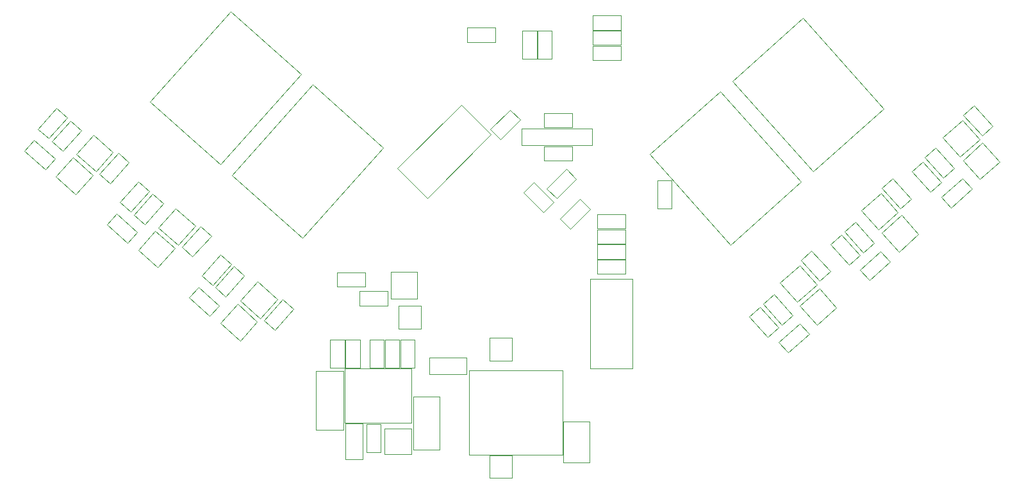
<source format=gbr>
G04 #@! TF.GenerationSoftware,KiCad,Pcbnew,5.1.4*
G04 #@! TF.CreationDate,2019-10-24T14:35:41-03:00*
G04 #@! TF.ProjectId,mswi,6d737769-2e6b-4696-9361-645f70636258,rev?*
G04 #@! TF.SameCoordinates,Original*
G04 #@! TF.FileFunction,Other,User*
%FSLAX46Y46*%
G04 Gerber Fmt 4.6, Leading zero omitted, Abs format (unit mm)*
G04 Created by KiCad (PCBNEW 5.1.4) date 2019-10-24 14:35:41*
%MOMM*%
%LPD*%
G04 APERTURE LIST*
%ADD10C,0.050000*%
G04 APERTURE END LIST*
D10*
X151045981Y-114391997D02*
X138695981Y-114391997D01*
X151045981Y-103191997D02*
X151045981Y-114391997D01*
X138695981Y-103191997D02*
X151045981Y-103191997D01*
X138695981Y-114391997D02*
X138695981Y-103191997D01*
X160287978Y-91087978D02*
X160287978Y-102987978D01*
X154687978Y-91087978D02*
X160287978Y-91087978D01*
X154687978Y-102987978D02*
X154687978Y-91087978D01*
X160287978Y-102987978D02*
X154687978Y-102987978D01*
X131095981Y-102965197D02*
X131095981Y-110165197D01*
X131095981Y-110165197D02*
X122295981Y-110165197D01*
X122295981Y-110165197D02*
X122295981Y-102965197D01*
X122295981Y-102965197D02*
X131095981Y-102965197D01*
X141604644Y-72000320D02*
X133190073Y-80414891D01*
X137644846Y-68040522D02*
X141604644Y-72000320D01*
X129230275Y-76455093D02*
X137644846Y-68040522D01*
X133190073Y-80414891D02*
X129230275Y-76455093D01*
X129633181Y-99177997D02*
X129633181Y-102877997D01*
X131533181Y-99177997D02*
X129633181Y-99177997D01*
X131533181Y-102877997D02*
X131533181Y-99177997D01*
X129633181Y-102877997D02*
X131533181Y-102877997D01*
X118445981Y-103271997D02*
X118445981Y-111111997D01*
X122145981Y-103271997D02*
X118445981Y-103271997D01*
X122145981Y-111111997D02*
X122145981Y-103271997D01*
X118445981Y-111111997D02*
X122145981Y-111111997D01*
X134845981Y-106691997D02*
X131345981Y-106691997D01*
X134845981Y-113691997D02*
X134845981Y-106691997D01*
X131345981Y-113691997D02*
X134845981Y-113691997D01*
X131345981Y-106691997D02*
X131345981Y-113691997D01*
X129349965Y-94691997D02*
X129349965Y-97691997D01*
X129349965Y-94691997D02*
X132349965Y-94691997D01*
X132349965Y-97691997D02*
X129349965Y-97691997D01*
X132349965Y-97691997D02*
X132349965Y-94691997D01*
X144395981Y-101891997D02*
X144395981Y-98891997D01*
X144395981Y-101891997D02*
X141395981Y-101891997D01*
X141395981Y-98891997D02*
X144395981Y-98891997D01*
X141395981Y-98891997D02*
X141395981Y-101891997D01*
X144395981Y-117463197D02*
X144395981Y-114463197D01*
X144395981Y-117463197D02*
X141395981Y-117463197D01*
X141395981Y-114463197D02*
X144395981Y-114463197D01*
X141395981Y-114463197D02*
X141395981Y-117463197D01*
X118036232Y-65397191D02*
X107358382Y-77339716D01*
X118036232Y-65397191D02*
X127354682Y-73728847D01*
X116676832Y-85671372D02*
X107358382Y-77339716D01*
X116676832Y-85671372D02*
X127354682Y-73728847D01*
X162574382Y-74625483D02*
X173252232Y-86568009D01*
X162574382Y-74625483D02*
X171892832Y-66293827D01*
X182570682Y-78236353D02*
X173252232Y-86568009D01*
X182570682Y-78236353D02*
X171892832Y-66293827D01*
X173485194Y-64924154D02*
X184163044Y-76866680D01*
X173485194Y-64924154D02*
X182803644Y-56592498D01*
X193481494Y-68535024D02*
X184163044Y-76866680D01*
X193481494Y-68535024D02*
X182803644Y-56592498D01*
X107189556Y-55699143D02*
X96511706Y-67641668D01*
X107189556Y-55699143D02*
X116508006Y-64030799D01*
X105830156Y-75973324D02*
X96511706Y-67641668D01*
X105830156Y-75973324D02*
X116508006Y-64030799D01*
X127045981Y-114016997D02*
X127045981Y-110316997D01*
X125145981Y-114016997D02*
X127045981Y-114016997D01*
X125145981Y-110316997D02*
X125145981Y-114016997D01*
X127045981Y-110316997D02*
X125145981Y-110316997D01*
X104840664Y-91927189D02*
X107306834Y-89168928D01*
X103424260Y-90660778D02*
X104840664Y-91927189D01*
X105890430Y-87902517D02*
X103424260Y-90660778D01*
X107306834Y-89168928D02*
X105890430Y-87902517D01*
X190315580Y-87984674D02*
X187849410Y-85226413D01*
X188899176Y-89251085D02*
X190315580Y-87984674D01*
X186433006Y-86492824D02*
X188899176Y-89251085D01*
X187849410Y-85226413D02*
X186433006Y-86492824D01*
X83121030Y-72507595D02*
X85587200Y-69749334D01*
X81704626Y-71241184D02*
X83121030Y-72507595D01*
X84170796Y-68482923D02*
X81704626Y-71241184D01*
X85587200Y-69749334D02*
X84170796Y-68482923D01*
X101691900Y-93573514D02*
X104450161Y-96039684D01*
X102958311Y-92157110D02*
X101691900Y-93573514D01*
X105716572Y-94623280D02*
X102958311Y-92157110D01*
X104450161Y-96039684D02*
X105716572Y-94623280D01*
X191600655Y-91297329D02*
X194358916Y-88831159D01*
X190334244Y-89880925D02*
X191600655Y-91297329D01*
X193092505Y-87414755D02*
X190334244Y-89880925D01*
X194358916Y-88831159D02*
X193092505Y-87414755D01*
X79972266Y-74153920D02*
X82730527Y-76620090D01*
X81238677Y-72737516D02*
X79972266Y-74153920D01*
X83996938Y-75203686D02*
X81238677Y-72737516D01*
X82730527Y-76620090D02*
X83996938Y-75203686D01*
X113015195Y-97862510D02*
X115481365Y-95104249D01*
X111598791Y-96596099D02*
X113015195Y-97862510D01*
X114064961Y-93837838D02*
X111598791Y-96596099D01*
X115481365Y-95104249D02*
X114064961Y-93837838D01*
X197125117Y-80522692D02*
X194658947Y-77764431D01*
X195708713Y-81789103D02*
X197125117Y-80522692D01*
X193242543Y-79030842D02*
X195708713Y-81789103D01*
X194658947Y-77764431D02*
X193242543Y-79030842D01*
X91295561Y-78442916D02*
X93761731Y-75684655D01*
X89879157Y-77176505D02*
X91295561Y-78442916D01*
X92345327Y-74418244D02*
X89879157Y-77176505D01*
X93761731Y-75684655D02*
X92345327Y-74418244D01*
X179609244Y-97557244D02*
X177143074Y-94798983D01*
X178192840Y-98823655D02*
X179609244Y-97557244D01*
X175726670Y-96065394D02*
X178192840Y-98823655D01*
X177143074Y-94798983D02*
X175726670Y-96065394D01*
X201092982Y-78348565D02*
X198626812Y-75590304D01*
X199676578Y-79614976D02*
X201092982Y-78348565D01*
X197210408Y-76856715D02*
X199676578Y-79614976D01*
X198626812Y-75590304D02*
X197210408Y-76856715D01*
X93986680Y-82222607D02*
X96452850Y-79464346D01*
X92570276Y-80956196D02*
X93986680Y-82222607D01*
X95036446Y-78197935D02*
X92570276Y-80956196D01*
X96452850Y-79464346D02*
X95036446Y-78197935D01*
X180894319Y-100869899D02*
X183652580Y-98403729D01*
X179627908Y-99453495D02*
X180894319Y-100869899D01*
X182386169Y-96987325D02*
X179627908Y-99453495D01*
X183652580Y-98403729D02*
X182386169Y-96987325D01*
X202378056Y-81661220D02*
X205136317Y-79195050D01*
X201111645Y-80244816D02*
X202378056Y-81661220D01*
X203869906Y-77778646D02*
X201111645Y-80244816D01*
X205136317Y-79195050D02*
X203869906Y-77778646D01*
X90837916Y-83868932D02*
X93596177Y-86335102D01*
X92104327Y-82452528D02*
X90837916Y-83868932D01*
X94862588Y-84918698D02*
X92104327Y-82452528D01*
X93596177Y-86335102D02*
X94862588Y-84918698D01*
X186418781Y-90095262D02*
X183952611Y-87337001D01*
X185002377Y-91361673D02*
X186418781Y-90095262D01*
X182536207Y-88603412D02*
X185002377Y-91361673D01*
X183952611Y-87337001D02*
X182536207Y-88603412D01*
X207902519Y-70886583D02*
X205436349Y-68128322D01*
X206486115Y-72152994D02*
X207902519Y-70886583D01*
X204019945Y-69394733D02*
X206486115Y-72152994D01*
X205436349Y-68128322D02*
X204019945Y-69394733D01*
X102161210Y-88157928D02*
X104627380Y-85399667D01*
X100744806Y-86891517D02*
X102161210Y-88157928D01*
X103210976Y-84133256D02*
X100744806Y-86891517D01*
X104627380Y-85399667D02*
X103210976Y-84133256D01*
X127949965Y-92741997D02*
X124249965Y-92741997D01*
X127949965Y-94641997D02*
X127949965Y-92741997D01*
X124249965Y-94641997D02*
X127949965Y-94641997D01*
X124249965Y-92741997D02*
X124249965Y-94641997D01*
X124949965Y-90241997D02*
X121249965Y-90241997D01*
X124949965Y-92141997D02*
X124949965Y-90241997D01*
X121249965Y-92141997D02*
X124949965Y-92141997D01*
X121249965Y-90241997D02*
X121249965Y-92141997D01*
X145745981Y-58246016D02*
X145745981Y-61946016D01*
X147645981Y-58246016D02*
X145745981Y-58246016D01*
X147645981Y-61946016D02*
X147645981Y-58246016D01*
X145745981Y-61946016D02*
X147645981Y-61946016D01*
X147745981Y-58246016D02*
X147745981Y-61946016D01*
X149645981Y-58246016D02*
X147745981Y-58246016D01*
X149645981Y-61946016D02*
X149645981Y-58246016D01*
X147745981Y-61946016D02*
X149645981Y-61946016D01*
X152345981Y-69137978D02*
X148645981Y-69137978D01*
X152345981Y-71037978D02*
X152345981Y-69137978D01*
X148645981Y-71037978D02*
X152345981Y-71037978D01*
X148645981Y-69137978D02*
X148645981Y-71037978D01*
X155045981Y-58141997D02*
X158745981Y-58141997D01*
X155045981Y-56241997D02*
X155045981Y-58141997D01*
X158745981Y-56241997D02*
X155045981Y-56241997D01*
X158745981Y-58141997D02*
X158745981Y-56241997D01*
X155045981Y-60141997D02*
X158745981Y-60141997D01*
X155045981Y-58241997D02*
X155045981Y-60141997D01*
X158745981Y-58241997D02*
X155045981Y-58241997D01*
X158745981Y-60141997D02*
X158745981Y-58241997D01*
X158745981Y-60241997D02*
X155045981Y-60241997D01*
X158745981Y-62141997D02*
X158745981Y-60241997D01*
X155045981Y-62141997D02*
X158745981Y-62141997D01*
X155045981Y-60241997D02*
X155045981Y-62141997D01*
X159345981Y-82537978D02*
X155645981Y-82537978D01*
X159345981Y-84437978D02*
X159345981Y-82537978D01*
X155645981Y-84437978D02*
X159345981Y-84437978D01*
X155645981Y-82537978D02*
X155645981Y-84437978D01*
X159345981Y-84537978D02*
X155645981Y-84537978D01*
X159345981Y-86437978D02*
X159345981Y-84537978D01*
X155645981Y-86437978D02*
X159345981Y-86437978D01*
X155645981Y-84537978D02*
X155645981Y-86437978D01*
X159345981Y-86537978D02*
X155645981Y-86537978D01*
X159345981Y-88437978D02*
X159345981Y-86537978D01*
X155645981Y-88437978D02*
X159345981Y-88437978D01*
X155645981Y-86537978D02*
X155645981Y-88437978D01*
X159345981Y-88537978D02*
X155645981Y-88537978D01*
X159345981Y-90437978D02*
X159345981Y-88537978D01*
X155645981Y-90437978D02*
X159345981Y-90437978D01*
X155645981Y-88537978D02*
X155645981Y-90437978D01*
X131045981Y-110891997D02*
X127545981Y-110891997D01*
X131045981Y-114291997D02*
X131045981Y-110891997D01*
X127545981Y-114291997D02*
X131045981Y-114291997D01*
X127545981Y-110891997D02*
X127545981Y-114291997D01*
X113372371Y-93787290D02*
X110763205Y-91454426D01*
X111106161Y-96321908D02*
X113372371Y-93787290D01*
X108496995Y-93989044D02*
X111106161Y-96321908D01*
X110763205Y-91454426D02*
X108496995Y-93989044D01*
X193115109Y-79713481D02*
X190505943Y-82046345D01*
X195381319Y-82248099D02*
X193115109Y-79713481D01*
X192772153Y-84580963D02*
X195381319Y-82248099D01*
X190505943Y-82046345D02*
X192772153Y-84580963D01*
X91652737Y-74367696D02*
X89043571Y-72034832D01*
X89386527Y-76902314D02*
X91652737Y-74367696D01*
X86777361Y-74569450D02*
X89386527Y-76902314D01*
X89043571Y-72034832D02*
X86777361Y-74569450D01*
X110706241Y-96769194D02*
X108097075Y-94436330D01*
X108440031Y-99303812D02*
X110706241Y-96769194D01*
X105830865Y-96970948D02*
X108440031Y-99303812D01*
X108097075Y-94436330D02*
X105830865Y-96970948D01*
X195818512Y-82662058D02*
X193209346Y-84994922D01*
X198084722Y-85196676D02*
X195818512Y-82662058D01*
X195475556Y-87529540D02*
X198084722Y-85196676D01*
X193209346Y-84994922D02*
X195475556Y-87529540D01*
X88986607Y-77349600D02*
X86377441Y-75016736D01*
X86720397Y-79884218D02*
X88986607Y-77349600D01*
X84111231Y-77551354D02*
X86720397Y-79884218D01*
X86377441Y-75016736D02*
X84111231Y-77551354D01*
X182408772Y-89286050D02*
X179799606Y-91618914D01*
X184674982Y-91820668D02*
X182408772Y-89286050D01*
X182065816Y-94153532D02*
X184674982Y-91820668D01*
X179799606Y-91618914D02*
X182065816Y-94153532D01*
X203892510Y-70077371D02*
X201283344Y-72410235D01*
X206158720Y-72611989D02*
X203892510Y-70077371D01*
X203549554Y-74944853D02*
X206158720Y-72611989D01*
X201283344Y-72410235D02*
X203549554Y-74944853D01*
X102518387Y-84082708D02*
X99909221Y-81749844D01*
X100252177Y-86617326D02*
X102518387Y-84082708D01*
X97643011Y-84284462D02*
X100252177Y-86617326D01*
X99909221Y-81749844D02*
X97643011Y-84284462D01*
X184974874Y-92357389D02*
X182365708Y-94690253D01*
X187241084Y-94892007D02*
X184974874Y-92357389D01*
X184631918Y-97224871D02*
X187241084Y-94892007D01*
X182365708Y-94690253D02*
X184631918Y-97224871D01*
X206558640Y-73059275D02*
X203949474Y-75392139D01*
X208824850Y-75593893D02*
X206558640Y-73059275D01*
X206215684Y-77926757D02*
X208824850Y-75593893D01*
X203949474Y-75392139D02*
X206215684Y-77926757D01*
X99852257Y-87064612D02*
X97243091Y-84731748D01*
X97586047Y-89599230D02*
X99852257Y-87064612D01*
X94976881Y-87266366D02*
X97586047Y-89599230D01*
X97243091Y-84731748D02*
X94976881Y-87266366D01*
X128399965Y-90191997D02*
X128399965Y-93691997D01*
X131799965Y-90191997D02*
X128399965Y-90191997D01*
X131799965Y-93691997D02*
X131799965Y-90191997D01*
X128399965Y-93691997D02*
X131799965Y-93691997D01*
X149875880Y-80924374D02*
X147259585Y-78308079D01*
X148532377Y-82267877D02*
X149875880Y-80924374D01*
X145916082Y-79651582D02*
X148532377Y-82267877D01*
X147259585Y-78308079D02*
X145916082Y-79651582D01*
X133445981Y-103711997D02*
X138345981Y-103711997D01*
X133445981Y-101471997D02*
X133445981Y-103711997D01*
X138345981Y-101471997D02*
X133445981Y-101471997D01*
X138345981Y-103711997D02*
X138345981Y-101471997D01*
X122345981Y-110241997D02*
X124645981Y-110241997D01*
X124645981Y-114941997D02*
X124645981Y-110241997D01*
X122345981Y-114941997D02*
X124645981Y-114941997D01*
X122345981Y-110241997D02*
X122345981Y-114941997D01*
X145645981Y-71187978D02*
X145645981Y-73387978D01*
X154945981Y-71187978D02*
X145645981Y-71187978D01*
X154945981Y-73387978D02*
X154945981Y-71187978D01*
X145645981Y-73387978D02*
X154945981Y-73387978D01*
X154645981Y-109987978D02*
X151145981Y-109987978D01*
X154645981Y-115387978D02*
X154645981Y-109987978D01*
X151145981Y-115387978D02*
X154645981Y-115387978D01*
X151145981Y-109987978D02*
X151145981Y-115387978D01*
X120337978Y-99141997D02*
X120337978Y-102841997D01*
X122237978Y-99141997D02*
X120337978Y-99141997D01*
X122237978Y-102841997D02*
X122237978Y-99141997D01*
X120337978Y-102841997D02*
X122237978Y-102841997D01*
X122368781Y-99141997D02*
X122368781Y-102841997D01*
X124268781Y-99141997D02*
X122368781Y-99141997D01*
X124268781Y-102841997D02*
X124268781Y-99141997D01*
X122368781Y-102841997D02*
X124268781Y-102841997D01*
X125545981Y-99133994D02*
X125545981Y-102833994D01*
X127445981Y-99133994D02*
X125545981Y-99133994D01*
X127445981Y-102833994D02*
X127445981Y-99133994D01*
X125545981Y-102833994D02*
X127445981Y-102833994D01*
X127601181Y-99177997D02*
X127601181Y-102877997D01*
X129501181Y-99177997D02*
X127601181Y-99177997D01*
X129501181Y-102877997D02*
X129501181Y-99177997D01*
X127601181Y-102877997D02*
X129501181Y-102877997D01*
X107605025Y-89435542D02*
X105138855Y-92193803D01*
X109021429Y-90701953D02*
X107605025Y-89435542D01*
X106555259Y-93460214D02*
X109021429Y-90701953D01*
X105138855Y-92193803D02*
X106555259Y-93460214D01*
X188296696Y-84826493D02*
X190762866Y-87584754D01*
X189713100Y-83560082D02*
X188296696Y-84826493D01*
X192179270Y-86318343D02*
X189713100Y-83560082D01*
X190762866Y-87584754D02*
X192179270Y-86318343D01*
X86034486Y-70149254D02*
X83568316Y-72907515D01*
X87450890Y-71415665D02*
X86034486Y-70149254D01*
X84984720Y-74173926D02*
X87450890Y-71415665D01*
X83568316Y-72907515D02*
X84984720Y-74173926D01*
X177590360Y-94399063D02*
X180056530Y-97157324D01*
X179006764Y-93132652D02*
X177590360Y-94399063D01*
X181472934Y-95890913D02*
X179006764Y-93132652D01*
X180056530Y-97157324D02*
X181472934Y-95890913D01*
X198890801Y-74985377D02*
X201356971Y-77743638D01*
X200307205Y-73718966D02*
X198890801Y-74985377D01*
X202773375Y-76477227D02*
X200307205Y-73718966D01*
X201356971Y-77743638D02*
X202773375Y-76477227D01*
X96900136Y-79864266D02*
X94433966Y-82622527D01*
X98316540Y-81130677D02*
X96900136Y-79864266D01*
X95850370Y-83888938D02*
X98316540Y-81130677D01*
X94433966Y-82622527D02*
X95850370Y-83888938D01*
X138445981Y-59741997D02*
X142145981Y-59741997D01*
X138445981Y-57841997D02*
X138445981Y-59741997D01*
X142145981Y-57841997D02*
X138445981Y-57841997D01*
X142145981Y-59741997D02*
X142145981Y-57841997D01*
X148645981Y-75437978D02*
X152345981Y-75437978D01*
X148645981Y-73537978D02*
X148645981Y-75437978D01*
X152345981Y-73537978D02*
X148645981Y-73537978D01*
X152345981Y-75437978D02*
X152345981Y-73537978D01*
X150259585Y-80467877D02*
X152875880Y-77851582D01*
X148916082Y-79124374D02*
X150259585Y-80467877D01*
X151532377Y-76508079D02*
X148916082Y-79124374D01*
X152875880Y-77851582D02*
X151532377Y-76508079D01*
X163567581Y-78095997D02*
X163567581Y-81795997D01*
X165467581Y-78095997D02*
X163567581Y-78095997D01*
X165467581Y-81795997D02*
X165467581Y-78095997D01*
X163567581Y-81795997D02*
X165467581Y-81795997D01*
X153332377Y-80508079D02*
X150716082Y-83124374D01*
X154675880Y-81851582D02*
X153332377Y-80508079D01*
X152059585Y-84467877D02*
X154675880Y-81851582D01*
X150716082Y-83124374D02*
X152059585Y-84467877D01*
X142851582Y-72667877D02*
X145467877Y-70051582D01*
X141508079Y-71324374D02*
X142851582Y-72667877D01*
X144124374Y-68708079D02*
X141508079Y-71324374D01*
X145467877Y-70051582D02*
X144124374Y-68708079D01*
M02*

</source>
